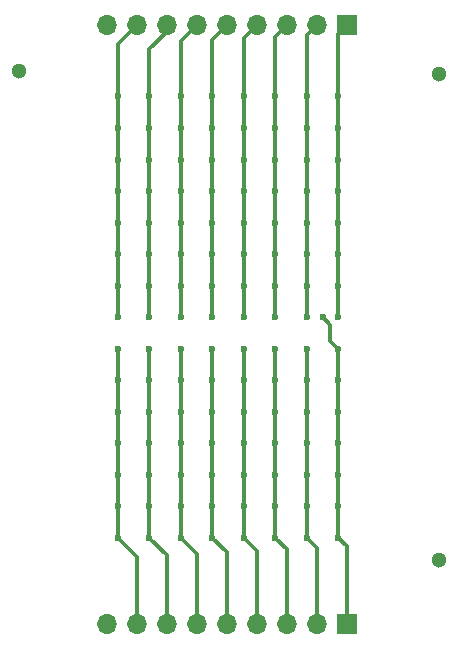
<source format=gbr>
G04 #@! TF.GenerationSoftware,KiCad,Pcbnew,(5.1.12-1-10_14)*
G04 #@! TF.CreationDate,2021-12-27T13:20:27-05:00*
G04 #@! TF.ProjectId,ledtrix,6c656474-7269-4782-9e6b-696361645f70,rev?*
G04 #@! TF.SameCoordinates,Original*
G04 #@! TF.FileFunction,Copper,L2,Bot*
G04 #@! TF.FilePolarity,Positive*
%FSLAX46Y46*%
G04 Gerber Fmt 4.6, Leading zero omitted, Abs format (unit mm)*
G04 Created by KiCad (PCBNEW (5.1.12-1-10_14)) date 2021-12-27 13:20:27*
%MOMM*%
%LPD*%
G01*
G04 APERTURE LIST*
G04 #@! TA.AperFunction,WasherPad*
%ADD10C,1.300000*%
G04 #@! TD*
G04 #@! TA.AperFunction,ComponentPad*
%ADD11O,1.700000X1.700000*%
G04 #@! TD*
G04 #@! TA.AperFunction,ComponentPad*
%ADD12R,1.700000X1.700000*%
G04 #@! TD*
G04 #@! TA.AperFunction,ViaPad*
%ADD13C,0.600000*%
G04 #@! TD*
G04 #@! TA.AperFunction,Conductor*
%ADD14C,0.300000*%
G04 #@! TD*
G04 APERTURE END LIST*
D10*
G04 #@! TO.P,H9,*
G04 #@! TO.N,*
X207680000Y-103690990D03*
G04 #@! TD*
G04 #@! TO.P,H8,*
G04 #@! TO.N,*
X172120000Y-62288990D03*
G04 #@! TD*
G04 #@! TO.P,H7,*
G04 #@! TO.N,*
X207680000Y-62542990D03*
G04 #@! TD*
D11*
G04 #@! TO.P,J2,9*
G04 #@! TO.N,/CB9*
X179575000Y-109154990D03*
G04 #@! TO.P,J2,8*
G04 #@! TO.N,/CB8*
X182115000Y-109154990D03*
G04 #@! TO.P,J2,7*
G04 #@! TO.N,/CB7*
X184655000Y-109154990D03*
G04 #@! TO.P,J2,6*
G04 #@! TO.N,/CB6*
X187195000Y-109154990D03*
G04 #@! TO.P,J2,5*
G04 #@! TO.N,/CB5*
X189735000Y-109154990D03*
G04 #@! TO.P,J2,4*
G04 #@! TO.N,/CB4*
X192275000Y-109154990D03*
G04 #@! TO.P,J2,3*
G04 #@! TO.N,/CB3*
X194815000Y-109154990D03*
G04 #@! TO.P,J2,2*
G04 #@! TO.N,/CB2*
X197355000Y-109154990D03*
D12*
G04 #@! TO.P,J2,1*
G04 #@! TO.N,/CB1*
X199895000Y-109154990D03*
G04 #@! TD*
D11*
G04 #@! TO.P,J1,9*
G04 #@! TO.N,/CA9*
X179575000Y-58424990D03*
G04 #@! TO.P,J1,8*
G04 #@! TO.N,/CA8*
X182115000Y-58424990D03*
G04 #@! TO.P,J1,7*
G04 #@! TO.N,/CA7*
X184655000Y-58424990D03*
G04 #@! TO.P,J1,6*
G04 #@! TO.N,/CA6*
X187195000Y-58424990D03*
G04 #@! TO.P,J1,5*
G04 #@! TO.N,/CA5*
X189735000Y-58424990D03*
G04 #@! TO.P,J1,4*
G04 #@! TO.N,/CA4*
X192275000Y-58424990D03*
G04 #@! TO.P,J1,3*
G04 #@! TO.N,/CA3*
X194815000Y-58424990D03*
G04 #@! TO.P,J1,2*
G04 #@! TO.N,/CA2*
X197355000Y-58424990D03*
D12*
G04 #@! TO.P,J1,1*
G04 #@! TO.N,/CA1*
X199895000Y-58424990D03*
G04 #@! TD*
D13*
G04 #@! TO.N,/CA8*
X180510000Y-64449990D03*
X180510000Y-67119990D03*
X180510000Y-69789990D03*
X180510000Y-72459990D03*
X180510000Y-75129990D03*
X180510000Y-77799990D03*
X180510000Y-80469990D03*
X180510000Y-83139990D03*
G04 #@! TO.N,/CA7*
X183180000Y-64449990D03*
X183180000Y-67119990D03*
X183180000Y-69789990D03*
X183180000Y-72459990D03*
X183180000Y-75129990D03*
X183180000Y-77799990D03*
X183180000Y-80469990D03*
X183180000Y-83139990D03*
G04 #@! TO.N,/CA6*
X185850000Y-64449990D03*
X185850000Y-67119990D03*
X185850000Y-69789990D03*
X185850000Y-72459990D03*
X185850000Y-75129990D03*
X185850000Y-77799990D03*
X185850000Y-80469990D03*
X185850000Y-83139990D03*
G04 #@! TO.N,/CA5*
X188520000Y-64449990D03*
X188520000Y-67119990D03*
X188520000Y-69789990D03*
X188520000Y-72459990D03*
X188520000Y-75129990D03*
X188520000Y-77799990D03*
X188520000Y-80469990D03*
X188520000Y-83139990D03*
G04 #@! TO.N,/CA4*
X191190000Y-64449990D03*
X191190000Y-67119990D03*
X191190000Y-69789990D03*
X191190000Y-72459990D03*
X191190000Y-75129990D03*
X191190000Y-77799990D03*
X191190000Y-80469990D03*
X191190000Y-83139990D03*
G04 #@! TO.N,/CA3*
X193860000Y-64449990D03*
X193860000Y-67119990D03*
X193860000Y-69789990D03*
X193860000Y-72459990D03*
X193860000Y-75129990D03*
X193860000Y-77799990D03*
X193860000Y-80469990D03*
X193860000Y-83139990D03*
G04 #@! TO.N,/CA2*
X196530000Y-64449990D03*
X196530000Y-67119990D03*
X196530000Y-69789990D03*
X196530000Y-72459990D03*
X196530000Y-75129990D03*
X196530000Y-77799990D03*
X196530000Y-80469990D03*
X196530000Y-83139990D03*
G04 #@! TO.N,/CA1*
X199200000Y-64449990D03*
X199200000Y-67119990D03*
X199200000Y-69789990D03*
X199200000Y-72459990D03*
X199200000Y-75129990D03*
X199200000Y-77799990D03*
X199200000Y-80469990D03*
X199200000Y-83139990D03*
G04 #@! TO.N,/CB8*
X180510000Y-85809990D03*
X180510000Y-88479990D03*
X180510000Y-91149990D03*
X180510000Y-93819990D03*
X180510000Y-96489990D03*
X180510000Y-99159990D03*
X180510000Y-101829990D03*
G04 #@! TO.N,/CB7*
X183180000Y-85809990D03*
X183180000Y-88479990D03*
X183180000Y-91149990D03*
X183180000Y-93819990D03*
X183180000Y-96489990D03*
X183180000Y-99159990D03*
X183180000Y-101829990D03*
G04 #@! TO.N,/CB6*
X185850000Y-85809990D03*
X185850000Y-88479990D03*
X185850000Y-91149990D03*
X185850000Y-93819990D03*
X185850000Y-96489990D03*
X185850000Y-99159990D03*
X185850000Y-101829990D03*
G04 #@! TO.N,/CB5*
X188520000Y-85809990D03*
X188520000Y-88479990D03*
X188520000Y-91149990D03*
X188520000Y-93819990D03*
X188520000Y-96489990D03*
X188520000Y-99159990D03*
X188520000Y-101829990D03*
G04 #@! TO.N,/CB4*
X191190000Y-85809990D03*
X191190000Y-88479990D03*
X191190000Y-91149990D03*
X191190000Y-93819990D03*
X191190000Y-96489990D03*
X191190000Y-99159990D03*
X191190000Y-101829990D03*
G04 #@! TO.N,/CB3*
X193860000Y-85809990D03*
X193860000Y-88479990D03*
X193860000Y-91149990D03*
X193860000Y-93819990D03*
X193860000Y-96489990D03*
X193860000Y-99159990D03*
X193860000Y-101829990D03*
G04 #@! TO.N,/CB2*
X196530000Y-85809990D03*
X196530000Y-88479990D03*
X196530000Y-91149990D03*
X196530000Y-93819990D03*
X196530000Y-96489990D03*
X196530000Y-99159990D03*
X196530000Y-101829990D03*
G04 #@! TO.N,/CB1*
X197865000Y-83139990D03*
X199200000Y-85809990D03*
X199200000Y-88479990D03*
X199200000Y-91149990D03*
X199200000Y-93819990D03*
X199200000Y-96489990D03*
X199200000Y-99159990D03*
X199200000Y-101829990D03*
G04 #@! TD*
D14*
G04 #@! TO.N,/CA8*
X180510000Y-64449990D02*
X180510000Y-80469990D01*
X180510000Y-80469990D02*
X180510000Y-83139990D01*
X180510000Y-60029990D02*
X182115000Y-58424990D01*
X180510000Y-64449990D02*
X180510000Y-60029990D01*
G04 #@! TO.N,/CA7*
X183180000Y-64449990D02*
X183180000Y-77799990D01*
X183180000Y-77799990D02*
X183180000Y-83139990D01*
X183180000Y-64449990D02*
X183180000Y-60454990D01*
X184655000Y-58979990D02*
X184655000Y-58424990D01*
X183180000Y-60454990D02*
X184655000Y-58979990D01*
G04 #@! TO.N,/CA6*
X185850000Y-64449990D02*
X185850000Y-75129990D01*
X185850000Y-75129990D02*
X185850000Y-83139990D01*
X185850000Y-59769990D02*
X187195000Y-58424990D01*
X185850000Y-64449990D02*
X185850000Y-59769990D01*
G04 #@! TO.N,/CA5*
X188520000Y-72459990D02*
X188520000Y-64449990D01*
X188520000Y-72459990D02*
X188520000Y-83139990D01*
X188520000Y-59639990D02*
X189735000Y-58424990D01*
X188520000Y-64449990D02*
X188520000Y-59639990D01*
G04 #@! TO.N,/CA4*
X191190000Y-64449990D02*
X191190000Y-69789990D01*
X191190000Y-83139990D02*
X191190000Y-69789990D01*
X191190000Y-59509990D02*
X192275000Y-58424990D01*
X191190000Y-64449990D02*
X191190000Y-59509990D01*
G04 #@! TO.N,/CA3*
X193860000Y-64449990D02*
X193860000Y-67119990D01*
X193860000Y-67119990D02*
X193860000Y-83139990D01*
X193860000Y-59379990D02*
X194815000Y-58424990D01*
X193860000Y-64449990D02*
X193860000Y-59379990D01*
G04 #@! TO.N,/CA2*
X196530000Y-64449990D02*
X196530000Y-83139990D01*
X196530000Y-59249990D02*
X197355000Y-58424990D01*
X196530000Y-64449990D02*
X196530000Y-59249990D01*
G04 #@! TO.N,/CA1*
X199200000Y-64449990D02*
X199200000Y-83139990D01*
X199200000Y-59119990D02*
X199895000Y-58424990D01*
X199200000Y-64449990D02*
X199200000Y-59119990D01*
G04 #@! TO.N,/CB8*
X180510000Y-85809990D02*
X180510000Y-101829990D01*
X182115000Y-103434990D02*
X180510000Y-101829990D01*
X182115000Y-109154990D02*
X182115000Y-103434990D01*
G04 #@! TO.N,/CB7*
X183180000Y-101829990D02*
X183180000Y-85809990D01*
X184655000Y-103304990D02*
X183180000Y-101829990D01*
X184655000Y-109154990D02*
X184655000Y-103304990D01*
G04 #@! TO.N,/CB6*
X185850000Y-85809990D02*
X185850000Y-101829990D01*
X187195000Y-103174990D02*
X185850000Y-101829990D01*
X187195000Y-109154990D02*
X187195000Y-103174990D01*
G04 #@! TO.N,/CB5*
X188520000Y-85809990D02*
X188520000Y-101829990D01*
X189735000Y-103044990D02*
X188520000Y-101829990D01*
X189735000Y-109154990D02*
X189735000Y-103044990D01*
G04 #@! TO.N,/CB4*
X191190000Y-85809990D02*
X191190000Y-101829990D01*
X192275000Y-102914990D02*
X191190000Y-101829990D01*
X192275000Y-109154990D02*
X192275000Y-102914990D01*
G04 #@! TO.N,/CB3*
X193860000Y-85809990D02*
X193860000Y-101829990D01*
X194815000Y-102784990D02*
X193860000Y-101829990D01*
X194815000Y-109154990D02*
X194815000Y-102784990D01*
G04 #@! TO.N,/CB2*
X196530000Y-85809990D02*
X196530000Y-101829990D01*
X197355000Y-102654990D02*
X196530000Y-101829990D01*
X197355000Y-109154990D02*
X197355000Y-102654990D01*
G04 #@! TO.N,/CB1*
X199200000Y-85809990D02*
X199200000Y-101829990D01*
X197865000Y-83139990D02*
X198515000Y-83789990D01*
X198515000Y-85124990D02*
X199200000Y-85809990D01*
X198515000Y-83789990D02*
X198515000Y-85124990D01*
X199895000Y-102524990D02*
X199200000Y-101829990D01*
X199895000Y-109154990D02*
X199895000Y-102524990D01*
G04 #@! TD*
M02*

</source>
